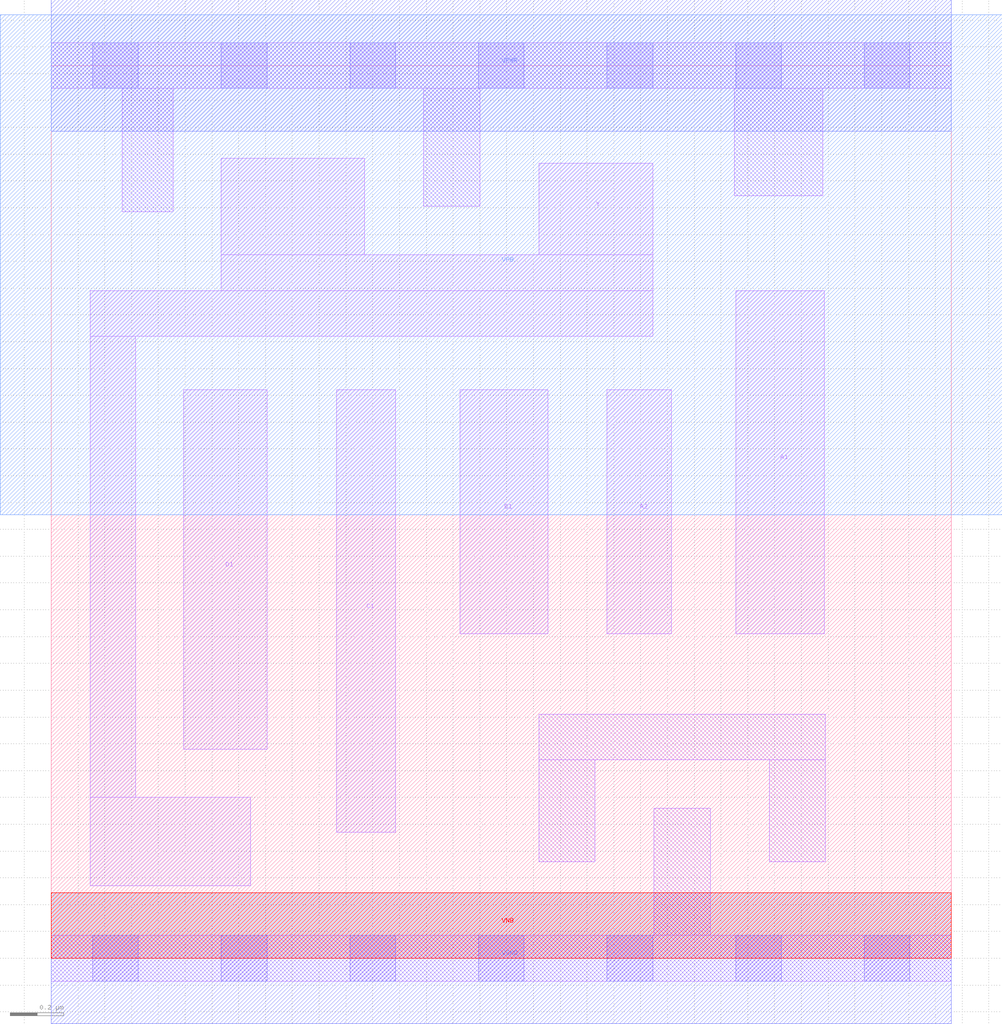
<source format=lef>
# Copyright 2020 The SkyWater PDK Authors
#
# Licensed under the Apache License, Version 2.0 (the "License");
# you may not use this file except in compliance with the License.
# You may obtain a copy of the License at
#
#     https://www.apache.org/licenses/LICENSE-2.0
#
# Unless required by applicable law or agreed to in writing, software
# distributed under the License is distributed on an "AS IS" BASIS,
# WITHOUT WARRANTIES OR CONDITIONS OF ANY KIND, either express or implied.
# See the License for the specific language governing permissions and
# limitations under the License.
#
# SPDX-License-Identifier: Apache-2.0

VERSION 5.7 ;
  NOWIREEXTENSIONATPIN ON ;
  DIVIDERCHAR "/" ;
  BUSBITCHARS "[]" ;
MACRO sky130_fd_sc_lp__o2111ai_m
  CLASS CORE ;
  FOREIGN sky130_fd_sc_lp__o2111ai_m ;
  ORIGIN  0.000000  0.000000 ;
  SIZE  3.360000 BY  3.330000 ;
  SYMMETRY X Y R90 ;
  SITE unit ;
  PIN A1
    ANTENNAGATEAREA  0.126000 ;
    DIRECTION INPUT ;
    USE SIGNAL ;
    PORT
      LAYER li1 ;
        RECT 2.555000 1.210000 2.885000 2.490000 ;
    END
  END A1
  PIN A2
    ANTENNAGATEAREA  0.126000 ;
    DIRECTION INPUT ;
    USE SIGNAL ;
    PORT
      LAYER li1 ;
        RECT 2.075000 1.210000 2.315000 2.120000 ;
    END
  END A2
  PIN B1
    ANTENNAGATEAREA  0.126000 ;
    DIRECTION INPUT ;
    USE SIGNAL ;
    PORT
      LAYER li1 ;
        RECT 1.525000 1.210000 1.855000 2.120000 ;
    END
  END B1
  PIN C1
    ANTENNAGATEAREA  0.126000 ;
    DIRECTION INPUT ;
    USE SIGNAL ;
    PORT
      LAYER li1 ;
        RECT 1.065000 0.470000 1.285000 2.120000 ;
    END
  END C1
  PIN D1
    ANTENNAGATEAREA  0.126000 ;
    DIRECTION INPUT ;
    USE SIGNAL ;
    PORT
      LAYER li1 ;
        RECT 0.495000 0.780000 0.805000 2.120000 ;
    END
  END D1
  PIN Y
    ANTENNADIFFAREA  0.403200 ;
    DIRECTION OUTPUT ;
    USE SIGNAL ;
    PORT
      LAYER li1 ;
        RECT 0.145000 0.270000 0.745000 0.600000 ;
        RECT 0.145000 0.600000 0.315000 2.320000 ;
        RECT 0.145000 2.320000 2.245000 2.490000 ;
        RECT 0.635000 2.490000 2.245000 2.625000 ;
        RECT 0.635000 2.625000 1.170000 2.985000 ;
        RECT 1.820000 2.625000 2.245000 2.965000 ;
    END
  END Y
  PIN VGND
    DIRECTION INOUT ;
    USE GROUND ;
    PORT
      LAYER met1 ;
        RECT 0.000000 -0.245000 3.360000 0.245000 ;
    END
  END VGND
  PIN VNB
    DIRECTION INOUT ;
    USE GROUND ;
    PORT
      LAYER pwell ;
        RECT 0.000000 0.000000 3.360000 0.245000 ;
    END
  END VNB
  PIN VPB
    DIRECTION INOUT ;
    USE POWER ;
    PORT
      LAYER nwell ;
        RECT -0.190000 1.655000 3.550000 3.520000 ;
    END
  END VPB
  PIN VPWR
    DIRECTION INOUT ;
    USE POWER ;
    PORT
      LAYER met1 ;
        RECT 0.000000 3.085000 3.360000 3.575000 ;
    END
  END VPWR
  OBS
    LAYER li1 ;
      RECT 0.000000 -0.085000 3.360000 0.085000 ;
      RECT 0.000000  3.245000 3.360000 3.415000 ;
      RECT 0.265000  2.785000 0.455000 3.245000 ;
      RECT 1.390000  2.805000 1.600000 3.245000 ;
      RECT 1.820000  0.360000 2.030000 0.740000 ;
      RECT 1.820000  0.740000 2.890000 0.910000 ;
      RECT 2.250000  0.085000 2.460000 0.560000 ;
      RECT 2.550000  2.845000 2.880000 3.245000 ;
      RECT 2.680000  0.360000 2.890000 0.740000 ;
    LAYER mcon ;
      RECT 0.155000 -0.085000 0.325000 0.085000 ;
      RECT 0.155000  3.245000 0.325000 3.415000 ;
      RECT 0.635000 -0.085000 0.805000 0.085000 ;
      RECT 0.635000  3.245000 0.805000 3.415000 ;
      RECT 1.115000 -0.085000 1.285000 0.085000 ;
      RECT 1.115000  3.245000 1.285000 3.415000 ;
      RECT 1.595000 -0.085000 1.765000 0.085000 ;
      RECT 1.595000  3.245000 1.765000 3.415000 ;
      RECT 2.075000 -0.085000 2.245000 0.085000 ;
      RECT 2.075000  3.245000 2.245000 3.415000 ;
      RECT 2.555000 -0.085000 2.725000 0.085000 ;
      RECT 2.555000  3.245000 2.725000 3.415000 ;
      RECT 3.035000 -0.085000 3.205000 0.085000 ;
      RECT 3.035000  3.245000 3.205000 3.415000 ;
  END
END sky130_fd_sc_lp__o2111ai_m
END LIBRARY

</source>
